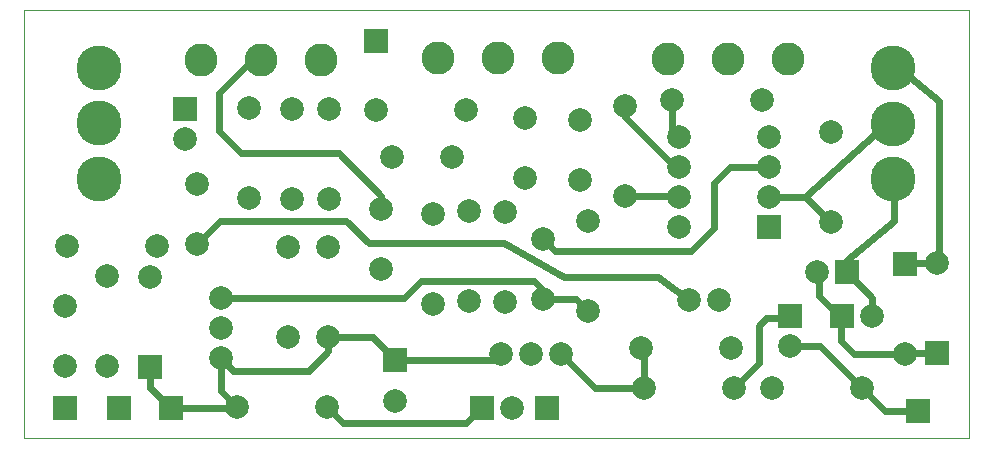
<source format=gtl>
G75*
%MOIN*%
%OFA0B0*%
%FSLAX25Y25*%
%IPPOS*%
%LPD*%
%AMOC8*
5,1,8,0,0,1.08239X$1,22.5*
%
%ADD10C,0.00000*%
%ADD11R,0.07874X0.07874*%
%ADD12C,0.07874*%
%ADD13C,0.11000*%
%ADD14C,0.15024*%
%ADD15C,0.02400*%
D10*
X0001600Y0001600D02*
X0001600Y0144317D01*
X0316600Y0144317D01*
X0316600Y0001600D01*
X0001600Y0001600D01*
D11*
X0015537Y0011600D03*
X0033352Y0011600D03*
X0050793Y0011600D03*
X0043883Y0025419D03*
X0125537Y0027860D03*
X0154474Y0011600D03*
X0175911Y0011600D03*
X0257072Y0042309D03*
X0274395Y0042466D03*
X0276049Y0056876D03*
X0295301Y0059789D03*
X0250025Y0072033D03*
X0305891Y0029868D03*
X0299868Y0010616D03*
X0055458Y0111206D03*
X0119100Y0134100D03*
D12*
X0119080Y0110931D03*
X0103254Y0111364D03*
X0091128Y0111521D03*
X0076718Y0111600D03*
X0055458Y0101206D03*
X0059317Y0086521D03*
X0076718Y0081600D03*
X0091128Y0081521D03*
X0103254Y0081364D03*
X0120694Y0078096D03*
X0138057Y0076521D03*
X0150183Y0077466D03*
X0161994Y0077191D03*
X0174631Y0068135D03*
X0189868Y0074120D03*
X0202072Y0082387D03*
X0187112Y0087781D03*
X0168647Y0088214D03*
X0144395Y0095380D03*
X0124395Y0095380D03*
X0149080Y0110931D03*
X0168647Y0108214D03*
X0187112Y0107781D03*
X0202072Y0112387D03*
X0217742Y0114513D03*
X0220025Y0102033D03*
X0220025Y0092033D03*
X0220025Y0082033D03*
X0220025Y0072033D03*
X0250025Y0082033D03*
X0250025Y0092033D03*
X0250025Y0102033D03*
X0270576Y0103608D03*
X0247742Y0114513D03*
X0270576Y0073608D03*
X0305891Y0059868D03*
X0284395Y0042466D03*
X0295301Y0029789D03*
X0280931Y0018490D03*
X0250931Y0018490D03*
X0238332Y0018450D03*
X0237506Y0031836D03*
X0257072Y0032309D03*
X0233313Y0047702D03*
X0223313Y0047702D03*
X0189868Y0044120D03*
X0174631Y0048135D03*
X0161994Y0047191D03*
X0150183Y0047466D03*
X0138057Y0046521D03*
X0120694Y0058096D03*
X0103096Y0065261D03*
X0089631Y0065261D03*
X0059317Y0066521D03*
X0046009Y0065773D03*
X0029553Y0055537D03*
X0043883Y0055419D03*
X0067269Y0048332D03*
X0067269Y0038332D03*
X0067269Y0028332D03*
X0089631Y0035261D03*
X0103096Y0035261D03*
X0125537Y0014080D03*
X0102633Y0012102D03*
X0072633Y0012102D03*
X0029553Y0025537D03*
X0015537Y0025537D03*
X0015537Y0045537D03*
X0016009Y0065773D03*
X0160793Y0029651D03*
X0170793Y0029651D03*
X0180793Y0029651D03*
X0207506Y0031836D03*
X0208332Y0018450D03*
X0164474Y0011600D03*
X0266049Y0056876D03*
D13*
X0256521Y0128096D03*
X0236521Y0128096D03*
X0216521Y0128096D03*
X0179750Y0128254D03*
X0159750Y0128254D03*
X0139750Y0128254D03*
X0100655Y0127742D03*
X0080655Y0127742D03*
X0060655Y0127742D03*
D14*
X0026600Y0125100D03*
X0026600Y0106600D03*
X0026600Y0088100D03*
X0291285Y0087883D03*
X0291285Y0106383D03*
X0291285Y0124883D03*
D15*
X0293317Y0124883D01*
X0306600Y0114100D01*
X0306600Y0060576D01*
X0305891Y0059868D01*
X0295380Y0059868D01*
X0295301Y0059789D01*
X0291600Y0074100D02*
X0276049Y0061049D01*
X0276049Y0056876D01*
X0284395Y0048529D01*
X0284395Y0042466D01*
X0274395Y0042466D02*
X0274100Y0042171D01*
X0274100Y0034100D01*
X0278411Y0029789D01*
X0295301Y0029789D01*
X0295380Y0029868D01*
X0305891Y0029868D01*
X0288805Y0010616D02*
X0280931Y0018490D01*
X0267112Y0032309D01*
X0257072Y0032309D01*
X0246600Y0026600D02*
X0246600Y0039100D01*
X0249100Y0041600D01*
X0256364Y0041600D01*
X0257072Y0042309D01*
X0266600Y0049100D02*
X0266600Y0056324D01*
X0266049Y0056876D01*
X0266600Y0049100D02*
X0273234Y0042466D01*
X0274395Y0042466D01*
X0246600Y0026600D02*
X0238450Y0018450D01*
X0238332Y0018450D01*
X0208332Y0018450D02*
X0208332Y0031009D01*
X0207506Y0031836D01*
X0191994Y0018450D02*
X0180793Y0029651D01*
X0160793Y0029651D02*
X0159002Y0027860D01*
X0125537Y0027860D01*
X0118135Y0035261D01*
X0103096Y0035261D01*
X0103096Y0030596D01*
X0096600Y0024100D01*
X0071502Y0024100D01*
X0067269Y0028332D01*
X0067269Y0017466D01*
X0072633Y0012102D01*
X0072131Y0011600D01*
X0050793Y0011600D01*
X0043883Y0018509D01*
X0043883Y0025419D01*
X0067269Y0048332D02*
X0128332Y0048332D01*
X0134100Y0054100D01*
X0171600Y0054100D01*
X0174631Y0051069D01*
X0174631Y0048135D01*
X0185852Y0048135D01*
X0189868Y0044120D01*
X0181600Y0055350D02*
X0213165Y0055350D01*
X0223313Y0047702D01*
X0224100Y0064100D02*
X0178667Y0064100D01*
X0174631Y0068135D01*
X0161600Y0066600D02*
X0181600Y0055350D01*
X0161600Y0066600D02*
X0116600Y0066600D01*
X0109100Y0074100D01*
X0066895Y0074100D01*
X0059317Y0066521D01*
X0106600Y0096600D02*
X0120694Y0082506D01*
X0120694Y0078096D01*
X0106600Y0096600D02*
X0074100Y0096600D01*
X0066600Y0104100D01*
X0066600Y0116600D01*
X0075350Y0125350D01*
X0076600Y0126600D01*
X0077742Y0127742D01*
X0080655Y0127742D01*
X0202072Y0112387D02*
X0202072Y0108628D01*
X0218667Y0092033D01*
X0220025Y0092033D01*
X0231600Y0086600D02*
X0231600Y0071600D01*
X0224100Y0064100D01*
X0220025Y0082033D02*
X0219671Y0082387D01*
X0202072Y0082387D01*
X0231600Y0086600D02*
X0237033Y0092033D01*
X0250025Y0092033D01*
X0250025Y0082033D02*
X0262151Y0082033D01*
X0289002Y0106383D01*
X0291285Y0106383D01*
X0291285Y0087883D02*
X0291600Y0087569D01*
X0291600Y0074100D01*
X0270576Y0073608D02*
X0262151Y0082033D01*
X0220025Y0102033D02*
X0217742Y0104317D01*
X0217742Y0114513D01*
X0208332Y0018450D02*
X0191994Y0018450D01*
X0154474Y0011600D02*
X0154100Y0011600D01*
X0149100Y0006600D01*
X0108135Y0006600D01*
X0102633Y0012102D01*
X0288805Y0010616D02*
X0299868Y0010616D01*
M02*

</source>
